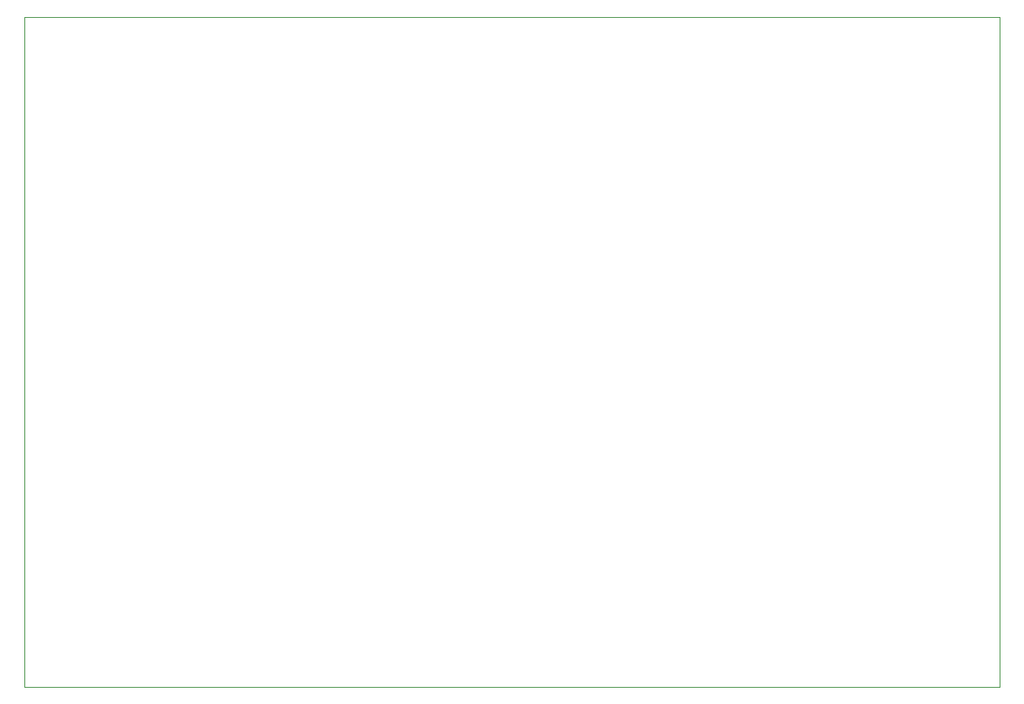
<source format=gbr>
%TF.GenerationSoftware,KiCad,Pcbnew,(5.1.9-0-10_14)*%
%TF.CreationDate,2021-05-01T00:38:19-07:00*%
%TF.ProjectId,preamp-board-v3,70726561-6d70-42d6-926f-6172642d7633,rev?*%
%TF.SameCoordinates,PX11a33a70PY316e4430*%
%TF.FileFunction,Profile,NP*%
%FSLAX46Y46*%
G04 Gerber Fmt 4.6, Leading zero omitted, Abs format (unit mm)*
G04 Created by KiCad (PCBNEW (5.1.9-0-10_14)) date 2021-05-01 00:38:19*
%MOMM*%
%LPD*%
G01*
G04 APERTURE LIST*
%TA.AperFunction,Profile*%
%ADD10C,0.050000*%
%TD*%
G04 APERTURE END LIST*
D10*
X0Y69850000D02*
X0Y0D01*
X101600000Y69850000D02*
X0Y69850000D01*
X101600000Y0D02*
X101600000Y69850000D01*
X0Y0D02*
X101600000Y0D01*
M02*

</source>
